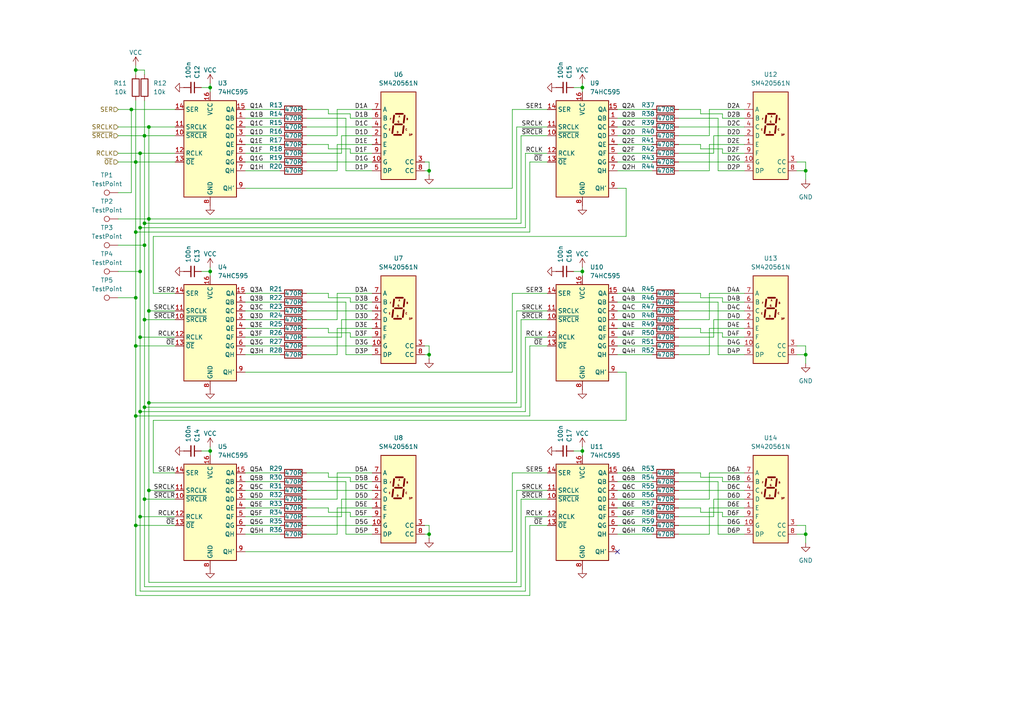
<source format=kicad_sch>
(kicad_sch (version 20231120) (generator "eeschema") (generator_version "8.0")
  (paper "A4")
  (title_block (title "Display Circuit") (date "2024-05-26") (rev "0") (company "Grackle Computing"))
  (junction (at 124.46 154.94))
  (junction (at 43.18 36.83))
  (junction (at 39.37 46.99))
  (junction (at 40.64 78.74))
  (junction (at 40.64 149.86))
  (junction (at 38.1 31.75))
  (junction (at 60.96 78.74))
  (junction (at 40.64 97.79))
  (junction (at 40.64 66.04))
  (junction (at 168.91 25.4))
  (junction (at 41.91 39.37))
  (junction (at 41.91 71.12))
  (junction (at 233.68 49.53))
  (junction (at 39.37 100.33))
  (junction (at 168.91 78.74))
  (junction (at 39.37 20.32))
  (junction (at 40.64 44.45))
  (junction (at 39.37 67.31))
  (junction (at 43.18 142.24))
  (junction (at 233.68 102.87))
  (junction (at 39.37 152.4))
  (junction (at 124.46 49.53))
  (junction (at 39.37 86.36))
  (junction (at 41.91 92.71))
  (junction (at 43.18 63.5))
  (junction (at 124.46 102.87))
  (junction (at 60.96 25.4))
  (junction (at 233.68 154.94))
  (junction (at 43.18 90.17))
  (junction (at 43.18 116.84))
  (junction (at 60.96 130.81))
  (junction (at 168.91 130.81))
  (junction (at 41.91 64.77))
  (junction (at 41.91 144.78))
  (junction (at 40.64 119.38))
  (junction (at 39.37 120.65))
  (junction (at 41.91 118.11))
  (no_connect (at 179.07 160.02))
  (wire (pts (xy 209.55 86.36) (xy 209.55 87.63)))
  (wire (pts (xy 158.75 90.17) (xy 149.86 90.17)))
  (wire (pts (xy 58.42 78.74) (xy 60.96 78.74)))
  (wire (pts (xy 88.9 39.37) (xy 97.79 39.37)))
  (wire (pts (xy 203.2 43.18) (xy 209.55 43.18)))
  (wire (pts (xy 71.12 87.63) (xy 81.28 87.63)))
  (wire (pts (xy 34.29 78.74) (xy 40.64 78.74)))
  (wire (pts (xy 149.86 116.84) (xy 43.18 116.84)))
  (wire (pts (xy 196.85 97.79) (xy 207.01 97.79)))
  (wire (pts (xy 40.64 66.04) (xy 152.4 66.04)))
  (wire (pts (xy 179.07 92.71) (xy 189.23 92.71)))
  (wire (pts (xy 44.45 85.09) (xy 44.45 68.58)))
  (wire (pts (xy 123.19 154.94) (xy 124.46 154.94)))
  (wire (pts (xy 233.68 152.4) (xy 233.68 154.94)))
  (wire (pts (xy 71.12 137.16) (xy 81.28 137.16)))
  (wire (pts (xy 40.64 78.74) (xy 40.64 97.79)))
  (wire (pts (xy 148.59 137.16) (xy 158.75 137.16)))
  (wire (pts (xy 123.19 49.53) (xy 124.46 49.53)))
  (wire (pts (xy 158.75 46.99) (xy 153.67 46.99)))
  (wire (pts (xy 158.75 152.4) (xy 153.67 152.4)))
  (wire (pts (xy 179.07 97.79) (xy 189.23 97.79)))
  (wire (pts (xy 179.07 147.32) (xy 189.23 147.32)))
  (wire (pts (xy 203.2 147.32) (xy 203.2 148.59)))
  (wire (pts (xy 205.74 147.32) (xy 215.9 147.32)))
  (wire (pts (xy 153.67 100.33) (xy 153.67 120.65)))
  (wire (pts (xy 99.06 44.45) (xy 99.06 39.37)))
  (wire (pts (xy 123.19 46.99) (xy 124.46 46.99)))
  (wire (pts (xy 58.42 130.81) (xy 60.96 130.81)))
  (wire (pts (xy 168.91 77.47) (xy 168.91 78.74)))
  (wire (pts (xy 71.12 142.24) (xy 81.28 142.24)))
  (wire (pts (xy 151.13 118.11) (xy 41.91 118.11)))
  (wire (pts (xy 205.74 137.16) (xy 215.9 137.16)))
  (wire (pts (xy 88.9 85.09) (xy 95.25 85.09)))
  (wire (pts (xy 209.55 33.02) (xy 209.55 34.29)))
  (wire (pts (xy 149.86 36.83) (xy 158.75 36.83)))
  (wire (pts (xy 196.85 31.75) (xy 203.2 31.75)))
  (wire (pts (xy 97.79 137.16) (xy 97.79 144.78)))
  (wire (pts (xy 100.33 154.94) (xy 107.95 154.94)))
  (wire (pts (xy 101.6 43.18) (xy 101.6 44.45)))
  (wire (pts (xy 209.55 44.45) (xy 215.9 44.45)))
  (wire (pts (xy 97.79 95.25) (xy 107.95 95.25)))
  (wire (pts (xy 60.96 129.54) (xy 60.96 130.81)))
  (wire (pts (xy 203.2 33.02) (xy 209.55 33.02)))
  (wire (pts (xy 149.86 36.83) (xy 149.86 63.5)))
  (wire (pts (xy 95.25 96.52) (xy 101.6 96.52)))
  (wire (pts (xy 196.85 152.4) (xy 215.9 152.4)))
  (wire (pts (xy 196.85 44.45) (xy 207.01 44.45)))
  (wire (pts (xy 95.25 147.32) (xy 95.25 148.59)))
  (wire (pts (xy 43.18 63.5) (xy 149.86 63.5)))
  (wire (pts (xy 153.67 46.99) (xy 153.67 67.31)))
  (wire (pts (xy 196.85 90.17) (xy 215.9 90.17)))
  (wire (pts (xy 88.9 49.53) (xy 97.79 49.53)))
  (wire (pts (xy 34.29 86.36) (xy 39.37 86.36)))
  (wire (pts (xy 153.67 152.4) (xy 153.67 172.72)))
  (wire (pts (xy 196.85 41.91) (xy 203.2 41.91)))
  (wire (pts (xy 71.12 160.02) (xy 148.59 160.02)))
  (wire (pts (xy 43.18 63.5) (xy 43.18 36.83)))
  (wire (pts (xy 158.75 44.45) (xy 152.4 44.45)))
  (wire (pts (xy 203.2 86.36) (xy 209.55 86.36)))
  (wire (pts (xy 208.28 139.7) (xy 208.28 154.94)))
  (wire (pts (xy 209.55 149.86) (xy 215.9 149.86)))
  (wire (pts (xy 166.37 130.81) (xy 168.91 130.81)))
  (wire (pts (xy 71.12 36.83) (xy 81.28 36.83)))
  (wire (pts (xy 88.9 97.79) (xy 99.06 97.79)))
  (wire (pts (xy 203.2 85.09) (xy 203.2 86.36)))
  (wire (pts (xy 148.59 31.75) (xy 158.75 31.75)))
  (wire (pts (xy 44.45 121.92) (xy 181.61 121.92)))
  (wire (pts (xy 71.12 39.37) (xy 81.28 39.37)))
  (wire (pts (xy 34.29 46.99) (xy 39.37 46.99)))
  (wire (pts (xy 88.9 92.71) (xy 97.79 92.71)))
  (wire (pts (xy 101.6 149.86) (xy 107.95 149.86)))
  (wire (pts (xy 151.13 170.18) (xy 41.91 170.18)))
  (wire (pts (xy 39.37 67.31) (xy 39.37 86.36)))
  (wire (pts (xy 97.79 147.32) (xy 107.95 147.32)))
  (wire (pts (xy 34.29 44.45) (xy 40.64 44.45)))
  (wire (pts (xy 50.8 142.24) (xy 43.18 142.24)))
  (wire (pts (xy 50.8 152.4) (xy 39.37 152.4)))
  (wire (pts (xy 158.75 92.71) (xy 151.13 92.71)))
  (wire (pts (xy 95.25 33.02) (xy 101.6 33.02)))
  (wire (pts (xy 179.07 39.37) (xy 189.23 39.37)))
  (wire (pts (xy 71.12 147.32) (xy 81.28 147.32)))
  (wire (pts (xy 39.37 86.36) (xy 39.37 100.33)))
  (wire (pts (xy 99.06 92.71) (xy 107.95 92.71)))
  (wire (pts (xy 203.2 138.43) (xy 209.55 138.43)))
  (wire (pts (xy 39.37 67.31) (xy 153.67 67.31)))
  (wire (pts (xy 39.37 29.21) (xy 39.37 46.99)))
  (wire (pts (xy 205.74 31.75) (xy 205.74 39.37)))
  (wire (pts (xy 203.2 95.25) (xy 203.2 96.52)))
  (wire (pts (xy 71.12 102.87) (xy 81.28 102.87)))
  (wire (pts (xy 95.25 148.59) (xy 101.6 148.59)))
  (wire (pts (xy 41.91 64.77) (xy 41.91 71.12)))
  (wire (pts (xy 196.85 154.94) (xy 205.74 154.94)))
  (wire (pts (xy 179.07 49.53) (xy 189.23 49.53)))
  (wire (pts (xy 41.91 39.37) (xy 50.8 39.37)))
  (wire (pts (xy 101.6 33.02) (xy 101.6 34.29)))
  (wire (pts (xy 179.07 154.94) (xy 189.23 154.94)))
  (wire (pts (xy 208.28 154.94) (xy 215.9 154.94)))
  (wire (pts (xy 100.33 34.29) (xy 100.33 49.53)))
  (wire (pts (xy 88.9 100.33) (xy 107.95 100.33)))
  (wire (pts (xy 71.12 49.53) (xy 81.28 49.53)))
  (wire (pts (xy 44.45 137.16) (xy 44.45 121.92)))
  (wire (pts (xy 60.96 130.81) (xy 60.96 132.08)))
  (wire (pts (xy 208.28 49.53) (xy 215.9 49.53)))
  (wire (pts (xy 71.12 154.94) (xy 81.28 154.94)))
  (wire (pts (xy 71.12 107.95) (xy 148.59 107.95)))
  (wire (pts (xy 88.9 149.86) (xy 99.06 149.86)))
  (wire (pts (xy 196.85 142.24) (xy 215.9 142.24)))
  (wire (pts (xy 100.33 87.63) (xy 100.33 102.87)))
  (wire (pts (xy 158.75 100.33) (xy 153.67 100.33)))
  (wire (pts (xy 196.85 144.78) (xy 205.74 144.78)))
  (wire (pts (xy 231.14 49.53) (xy 233.68 49.53)))
  (wire (pts (xy 158.75 39.37) (xy 151.13 39.37)))
  (wire (pts (xy 95.25 31.75) (xy 95.25 33.02)))
  (wire (pts (xy 101.6 44.45) (xy 107.95 44.45)))
  (wire (pts (xy 50.8 144.78) (xy 41.91 144.78)))
  (wire (pts (xy 179.07 107.95) (xy 181.61 107.95)))
  (wire (pts (xy 71.12 92.71) (xy 81.28 92.71)))
  (wire (pts (xy 203.2 96.52) (xy 209.55 96.52)))
  (wire (pts (xy 88.9 46.99) (xy 107.95 46.99)))
  (wire (pts (xy 196.85 147.32) (xy 203.2 147.32)))
  (wire (pts (xy 101.6 34.29) (xy 107.95 34.29)))
  (wire (pts (xy 205.74 95.25) (xy 215.9 95.25)))
  (wire (pts (xy 196.85 137.16) (xy 203.2 137.16)))
  (wire (pts (xy 124.46 102.87) (xy 124.46 104.14)))
  (wire (pts (xy 101.6 87.63) (xy 107.95 87.63)))
  (wire (pts (xy 34.29 63.5) (xy 43.18 63.5)))
  (wire (pts (xy 231.14 100.33) (xy 233.68 100.33)))
  (wire (pts (xy 207.01 92.71) (xy 215.9 92.71)))
  (wire (pts (xy 166.37 25.4) (xy 168.91 25.4)))
  (wire (pts (xy 148.59 85.09) (xy 158.75 85.09)))
  (wire (pts (xy 71.12 54.61) (xy 148.59 54.61)))
  (wire (pts (xy 209.55 43.18) (xy 209.55 44.45)))
  (wire (pts (xy 95.25 95.25) (xy 95.25 96.52)))
  (wire (pts (xy 181.61 107.95) (xy 181.61 121.92)))
  (wire (pts (xy 233.68 46.99) (xy 233.68 49.53)))
  (wire (pts (xy 233.68 154.94) (xy 233.68 157.48)))
  (wire (pts (xy 71.12 46.99) (xy 81.28 46.99)))
  (wire (pts (xy 179.07 137.16) (xy 189.23 137.16)))
  (wire (pts (xy 196.85 149.86) (xy 207.01 149.86)))
  (wire (pts (xy 41.91 144.78) (xy 41.91 118.11)))
  (wire (pts (xy 43.18 168.91) (xy 149.86 168.91)))
  (wire (pts (xy 179.07 34.29) (xy 189.23 34.29)))
  (wire (pts (xy 38.1 31.75) (xy 38.1 55.88)))
  (wire (pts (xy 38.1 31.75) (xy 50.8 31.75)))
  (wire (pts (xy 95.25 137.16) (xy 95.25 138.43)))
  (wire (pts (xy 101.6 96.52) (xy 101.6 97.79)))
  (wire (pts (xy 99.06 97.79) (xy 99.06 92.71)))
  (wire (pts (xy 34.29 31.75) (xy 38.1 31.75)))
  (wire (pts (xy 208.28 87.63) (xy 208.28 102.87)))
  (wire (pts (xy 39.37 20.32) (xy 39.37 21.59)))
  (wire (pts (xy 43.18 142.24) (xy 43.18 116.84)))
  (wire (pts (xy 41.91 64.77) (xy 151.13 64.77)))
  (wire (pts (xy 208.28 34.29) (xy 208.28 49.53)))
  (wire (pts (xy 196.85 36.83) (xy 215.9 36.83)))
  (wire (pts (xy 71.12 100.33) (xy 81.28 100.33)))
  (wire (pts (xy 71.12 149.86) (xy 81.28 149.86)))
  (wire (pts (xy 205.74 137.16) (xy 205.74 144.78)))
  (wire (pts (xy 209.55 139.7) (xy 215.9 139.7)))
  (wire (pts (xy 205.74 102.87) (xy 205.74 95.25)))
  (wire (pts (xy 44.45 68.58) (xy 181.61 68.58)))
  (wire (pts (xy 40.64 66.04) (xy 40.64 78.74)))
  (wire (pts (xy 34.29 71.12) (xy 41.91 71.12)))
  (wire (pts (xy 152.4 97.79) (xy 152.4 119.38)))
  (wire (pts (xy 179.07 44.45) (xy 189.23 44.45)))
  (wire (pts (xy 100.33 49.53) (xy 107.95 49.53)))
  (wire (pts (xy 205.74 154.94) (xy 205.74 147.32)))
  (wire (pts (xy 124.46 49.53) (xy 124.46 50.8)))
  (wire (pts (xy 71.12 144.78) (xy 81.28 144.78)))
  (wire (pts (xy 39.37 46.99) (xy 39.37 67.31)))
  (wire (pts (xy 207.01 144.78) (xy 215.9 144.78)))
  (wire (pts (xy 88.9 34.29) (xy 100.33 34.29)))
  (wire (pts (xy 97.79 154.94) (xy 97.79 147.32)))
  (wire (pts (xy 181.61 54.61) (xy 179.07 54.61)))
  (wire (pts (xy 43.18 90.17) (xy 43.18 63.5)))
  (wire (pts (xy 179.07 41.91) (xy 189.23 41.91)))
  (wire (pts (xy 152.4 44.45) (xy 152.4 66.04)))
  (wire (pts (xy 196.85 139.7) (xy 208.28 139.7)))
  (wire (pts (xy 196.85 46.99) (xy 215.9 46.99)))
  (wire (pts (xy 124.46 100.33) (xy 124.46 102.87)))
  (wire (pts (xy 88.9 36.83) (xy 107.95 36.83)))
  (wire (pts (xy 205.74 49.53) (xy 205.74 41.91)))
  (wire (pts (xy 196.85 95.25) (xy 203.2 95.25)))
  (wire (pts (xy 60.96 77.47) (xy 60.96 78.74)))
  (wire (pts (xy 208.28 102.87) (xy 215.9 102.87)))
  (wire (pts (xy 50.8 97.79) (xy 40.64 97.79)))
  (wire (pts (xy 97.79 85.09) (xy 107.95 85.09)))
  (wire (pts (xy 209.55 138.43) (xy 209.55 139.7)))
  (wire (pts (xy 233.68 49.53) (xy 233.68 52.07)))
  (wire (pts (xy 203.2 148.59) (xy 209.55 148.59)))
  (wire (pts (xy 179.07 36.83) (xy 189.23 36.83)))
  (wire (pts (xy 158.75 149.86) (xy 152.4 149.86)))
  (wire (pts (xy 43.18 168.91) (xy 43.18 142.24)))
  (wire (pts (xy 95.25 85.09) (xy 95.25 86.36)))
  (wire (pts (xy 168.91 25.4) (xy 168.91 26.67)))
  (wire (pts (xy 88.9 41.91) (xy 95.25 41.91)))
  (wire (pts (xy 39.37 46.99) (xy 50.8 46.99)))
  (wire (pts (xy 152.4 149.86) (xy 152.4 171.45)))
  (wire (pts (xy 88.9 31.75) (xy 95.25 31.75)))
  (wire (pts (xy 88.9 147.32) (xy 95.25 147.32)))
  (wire (pts (xy 209.55 96.52) (xy 209.55 97.79)))
  (wire (pts (xy 179.07 144.78) (xy 189.23 144.78)))
  (wire (pts (xy 71.12 139.7) (xy 81.28 139.7)))
  (wire (pts (xy 71.12 95.25) (xy 81.28 95.25)))
  (wire (pts (xy 196.85 100.33) (xy 215.9 100.33)))
  (wire (pts (xy 101.6 139.7) (xy 107.95 139.7)))
  (wire (pts (xy 179.07 90.17) (xy 189.23 90.17)))
  (wire (pts (xy 43.18 36.83) (xy 50.8 36.83)))
  (wire (pts (xy 97.79 49.53) (xy 97.79 41.91)))
  (wire (pts (xy 88.9 137.16) (xy 95.25 137.16)))
  (wire (pts (xy 124.46 46.99) (xy 124.46 49.53)))
  (wire (pts (xy 153.67 120.65) (xy 39.37 120.65)))
  (wire (pts (xy 151.13 39.37) (xy 151.13 64.77)))
  (wire (pts (xy 88.9 95.25) (xy 95.25 95.25)))
  (wire (pts (xy 71.12 85.09) (xy 81.28 85.09)))
  (wire (pts (xy 207.01 44.45) (xy 207.01 39.37)))
  (wire (pts (xy 203.2 41.91) (xy 203.2 43.18)))
  (wire (pts (xy 158.75 142.24) (xy 149.86 142.24)))
  (wire (pts (xy 179.07 85.09) (xy 189.23 85.09)))
  (wire (pts (xy 71.12 44.45) (xy 81.28 44.45)))
  (wire (pts (xy 50.8 137.16) (xy 44.45 137.16)))
  (wire (pts (xy 40.64 44.45) (xy 40.64 66.04)))
  (wire (pts (xy 181.61 68.58) (xy 181.61 54.61)))
  (wire (pts (xy 179.07 95.25) (xy 189.23 95.25)))
  (wire (pts (xy 158.75 97.79) (xy 152.4 97.79)))
  (wire (pts (xy 179.07 149.86) (xy 189.23 149.86)))
  (wire (pts (xy 179.07 31.75) (xy 189.23 31.75)))
  (wire (pts (xy 196.85 87.63) (xy 208.28 87.63)))
  (wire (pts (xy 39.37 19.05) (xy 39.37 20.32)))
  (wire (pts (xy 97.79 31.75) (xy 107.95 31.75)))
  (wire (pts (xy 40.64 44.45) (xy 50.8 44.45)))
  (wire (pts (xy 179.07 142.24) (xy 189.23 142.24)))
  (wire (pts (xy 148.59 107.95) (xy 148.59 85.09)))
  (wire (pts (xy 50.8 85.09) (xy 44.45 85.09)))
  (wire (pts (xy 39.37 172.72) (xy 39.37 152.4)))
  (wire (pts (xy 149.86 142.24) (xy 149.86 168.91)))
  (wire (pts (xy 101.6 138.43) (xy 101.6 139.7)))
  (wire (pts (xy 101.6 97.79) (xy 107.95 97.79)))
  (wire (pts (xy 205.74 31.75) (xy 215.9 31.75)))
  (wire (pts (xy 207.01 149.86) (xy 207.01 144.78)))
  (wire (pts (xy 97.79 85.09) (xy 97.79 92.71)))
  (wire (pts (xy 95.25 43.18) (xy 101.6 43.18)))
  (wire (pts (xy 41.91 71.12) (xy 41.91 92.71)))
  (wire (pts (xy 166.37 78.74) (xy 168.91 78.74)))
  (wire (pts (xy 40.64 149.86) (xy 40.64 119.38)))
  (wire (pts (xy 43.18 116.84) (xy 43.18 90.17)))
  (wire (pts (xy 179.07 152.4) (xy 189.23 152.4)))
  (wire (pts (xy 168.91 78.74) (xy 168.91 80.01)))
  (wire (pts (xy 41.91 170.18) (xy 41.91 144.78)))
  (wire (pts (xy 207.01 39.37) (xy 215.9 39.37)))
  (wire (pts (xy 153.67 172.72) (xy 39.37 172.72)))
  (wire (pts (xy 97.79 41.91) (xy 107.95 41.91)))
  (wire (pts (xy 168.91 24.13) (xy 168.91 25.4)))
  (wire (pts (xy 179.07 139.7) (xy 189.23 139.7)))
  (wire (pts (xy 39.37 152.4) (xy 39.37 120.65)))
  (wire (pts (xy 88.9 139.7) (xy 100.33 139.7)))
  (wire (pts (xy 179.07 100.33) (xy 189.23 100.33)))
  (wire (pts (xy 95.25 86.36) (xy 101.6 86.36)))
  (wire (pts (xy 50.8 90.17) (xy 43.18 90.17)))
  (wire (pts (xy 58.42 25.4) (xy 60.96 25.4)))
  (wire (pts (xy 196.85 92.71) (xy 205.74 92.71)))
  (wire (pts (xy 71.12 90.17) (xy 81.28 90.17)))
  (wire (pts (xy 151.13 144.78) (xy 151.13 170.18)))
  (wire (pts (xy 124.46 152.4) (xy 124.46 154.94)))
  (wire (pts (xy 88.9 44.45) (xy 99.06 44.45)))
  (wire (pts (xy 151.13 92.71) (xy 151.13 118.11)))
  (wire (pts (xy 71.12 34.29) (xy 81.28 34.29)))
  (wire (pts (xy 50.8 100.33) (xy 39.37 100.33)))
  (wire (pts (xy 231.14 102.87) (xy 233.68 102.87)))
  (wire (pts (xy 209.55 87.63) (xy 215.9 87.63)))
  (wire (pts (xy 209.55 148.59) (xy 209.55 149.86)))
  (wire (pts (xy 231.14 152.4) (xy 233.68 152.4)))
  (wire (pts (xy 97.79 137.16) (xy 107.95 137.16)))
  (wire (pts (xy 179.07 46.99) (xy 189.23 46.99)))
  (wire (pts (xy 41.91 21.59) (xy 41.91 20.32)))
  (wire (pts (xy 88.9 144.78) (xy 97.79 144.78)))
  (wire (pts (xy 97.79 31.75) (xy 97.79 39.37)))
  (wire (pts (xy 196.85 102.87) (xy 205.74 102.87)))
  (wire (pts (xy 168.91 129.54) (xy 168.91 130.81)))
  (wire (pts (xy 168.91 130.81) (xy 168.91 132.08)))
  (wire (pts (xy 71.12 31.75) (xy 81.28 31.75)))
  (wire (pts (xy 209.55 34.29) (xy 215.9 34.29)))
  (wire (pts (xy 99.06 144.78) (xy 107.95 144.78)))
  (wire (pts (xy 123.19 102.87) (xy 124.46 102.87)))
  (wire (pts (xy 60.96 25.4) (xy 60.96 26.67)))
  (wire (pts (xy 71.12 41.91) (xy 81.28 41.91)))
  (wire (pts (xy 231.14 46.99) (xy 233.68 46.99)))
  (wire (pts (xy 152.4 119.38) (xy 40.64 119.38)))
  (wire (pts (xy 231.14 154.94) (xy 233.68 154.94)))
  (wire (pts (xy 196.85 85.09) (xy 203.2 85.09)))
  (wire (pts (xy 97.79 102.87) (xy 97.79 95.25)))
  (wire (pts (xy 203.2 31.75) (xy 203.2 33.02)))
  (wire (pts (xy 88.9 142.24) (xy 107.95 142.24)))
  (wire (pts (xy 95.25 41.91) (xy 95.25 43.18)))
  (wire (pts (xy 158.75 144.78) (xy 151.13 144.78)))
  (wire (pts (xy 40.64 171.45) (xy 40.64 149.86)))
  (wire (pts (xy 203.2 137.16) (xy 203.2 138.43)))
  (wire (pts (xy 101.6 86.36) (xy 101.6 87.63)))
  (wire (pts (xy 179.07 102.87) (xy 189.23 102.87)))
  (wire (pts (xy 233.68 100.33) (xy 233.68 102.87)))
  (wire (pts (xy 149.86 90.17) (xy 149.86 116.84)))
  (wire (pts (xy 50.8 92.71) (xy 41.91 92.71)))
  (wire (pts (xy 179.07 87.63) (xy 189.23 87.63)))
  (wire (pts (xy 233.68 102.87) (xy 233.68 105.41)))
  (wire (pts (xy 50.8 149.86) (xy 40.64 149.86)))
  (wire (pts (xy 40.64 119.38) (xy 40.64 97.79)))
  (wire (pts (xy 41.91 39.37) (xy 41.91 64.77)))
  (wire (pts (xy 88.9 154.94) (xy 97.79 154.94)))
  (wire (pts (xy 88.9 152.4) (xy 107.95 152.4)))
  (wire (pts (xy 34.29 55.88) (xy 38.1 55.88)))
  (wire (pts (xy 71.12 97.79) (xy 81.28 97.79)))
  (wire (pts (xy 88.9 87.63) (xy 100.33 87.63)))
  (wire (pts (xy 99.06 39.37) (xy 107.95 39.37)))
  (wire (pts (xy 60.96 78.74) (xy 60.96 80.01)))
  (wire (pts (xy 39.37 20.32) (xy 41.91 20.32)))
  (wire (pts (xy 209.55 97.79) (xy 215.9 97.79)))
  (wire (pts (xy 207.01 97.79) (xy 207.01 92.71)))
  (wire (pts (xy 148.59 54.61) (xy 148.59 31.75)))
  (wire (pts (xy 205.74 85.09) (xy 205.74 92.71)))
  (wire (pts (xy 148.59 137.16) (xy 148.59 160.02)))
  (wire (pts (xy 95.25 138.43) (xy 101.6 138.43)))
  (wire (pts (xy 88.9 102.87) (xy 97.79 102.87)))
  (wire (pts (xy 100.33 139.7) (xy 100.33 154.94)))
  (wire (pts (xy 123.19 100.33) (xy 124.46 100.33)))
  (wire (pts (xy 41.91 118.11) (xy 41.91 92.71)))
  (wire (pts (xy 60.96 24.13) (xy 60.96 25.4)))
  (wire (pts (xy 196.85 49.53) (xy 205.74 49.53)))
  (wire (pts (xy 100.33 102.87) (xy 107.95 102.87)))
  (wire (pts (xy 34.29 36.83) (xy 43.18 36.83)))
  (wire (pts (xy 152.4 171.45) (xy 40.64 171.45)))
  (wire (pts (xy 71.12 152.4) (xy 81.28 152.4)))
  (wire (pts (xy 34.29 39.37) (xy 41.91 39.37)))
  (wire (pts (xy 196.85 39.37) (xy 205.74 39.37)))
  (wire (pts (xy 205.74 85.09) (xy 215.9 85.09)))
  (wire (pts (xy 39.37 120.65) (xy 39.37 100.33)))
  (wire (pts (xy 99.06 149.86) (xy 99.06 144.78)))
  (wire (pts (xy 205.74 41.91) (xy 215.9 41.91)))
  (wire (pts (xy 124.46 154.94) (xy 124.46 156.21)))
  (wire (pts (xy 101.6 148.59) (xy 101.6 149.86)))
  (wire (pts (xy 123.19 152.4) (xy 124.46 152.4)))
  (wire (pts (xy 88.9 90.17) (xy 107.95 90.17)))
  (wire (pts (xy 196.85 34.29) (xy 208.28 34.29)))
  (wire (pts (xy 41.91 29.21) (xy 41.91 39.37)))
  (label "Q1H" (at 72.39 49.53 0))
  (label "D2A" (at 210.82 31.75 0))
  (label "~{SRCLR}" (at 157.48 144.78 180))
  (label "~{OE}" (at 157.48 100.33 180))
  (label "D3C" (at 102.87 90.17 0))
  (label "D6F" (at 210.82 149.86 0))
  (label "D1D" (at 102.87 39.37 0))
  (label "Q3E" (at 72.39 95.25 0))
  (label "D5E" (at 102.87 147.32 0))
  (label "~{SRCLR}" (at 157.48 39.37 180))
  (label "Q1G" (at 72.39 46.99 0))
  (label "Q2G" (at 180.34 46.99 0))
  (label "Q2F" (at 180.34 44.45 0))
  (label "D2D" (at 210.82 39.37 0))
  (label "SER1" (at 157.48 31.75 180))
  (label "D3F" (at 102.87 97.79 0))
  (label "D3D" (at 102.87 92.71 0))
  (label "D5D" (at 102.87 144.78 0))
  (label "D6C" (at 210.82 142.24 0))
  (label "D4G" (at 210.82 100.33 0))
  (label "D6E" (at 210.82 147.32 0))
  (label "D4P" (at 210.82 102.87 0))
  (label "D4C" (at 210.82 90.17 0))
  (label "~{OE}" (at 50.8 152.4 180))
  (label "RCLK" (at 157.48 97.79 180))
  (label "~{SRCLR}" (at 50.8 144.78 180))
  (label "D2C" (at 210.82 36.83 0))
  (label "D3B" (at 102.87 87.63 0))
  (label "D5A" (at 102.87 137.16 0))
  (label "SER2" (at 50.8 85.09 180))
  (label "Q6G" (at 180.34 152.4 0))
  (label "SER4" (at 50.8 137.16 180))
  (label "Q1B" (at 72.39 34.29 0))
  (label "D4A" (at 210.82 85.09 0))
  (label "RCLK" (at 157.48 149.86 180))
  (label "Q6H" (at 180.34 154.94 0))
  (label "Q4C" (at 180.34 90.17 0))
  (label "Q3B" (at 72.39 87.63 0))
  (label "Q4D" (at 180.34 92.71 0))
  (label "D5P" (at 102.87 154.94 0))
  (label "D6A" (at 210.82 137.16 0))
  (label "Q4G" (at 180.34 100.33 0))
  (label "D6D" (at 210.82 144.78 0))
  (label "D6B" (at 210.82 139.7 0))
  (label "Q4E" (at 180.34 95.25 0))
  (label "D2P" (at 210.82 49.53 0))
  (label "Q3D" (at 72.39 92.71 0))
  (label "Q5D" (at 72.39 144.78 0))
  (label "Q6B" (at 180.34 139.7 0))
  (label "Q5F" (at 72.39 149.86 0))
  (label "D5C" (at 102.87 142.24 0))
  (label "RCLK" (at 157.48 44.45 180))
  (label "~{SRCLR}" (at 157.48 92.71 180))
  (label "D2F" (at 210.82 44.45 0))
  (label "Q4H" (at 180.34 102.87 0))
  (label "D3A" (at 102.87 85.09 0))
  (label "Q3A" (at 72.39 85.09 0))
  (label "SRCLK" (at 157.48 36.83 180))
  (label "D1C" (at 102.87 36.83 0))
  (label "Q6E" (at 180.34 147.32 0))
  (label "Q6C" (at 180.34 142.24 0))
  (label "D4F" (at 210.82 97.79 0))
  (label "D6P" (at 210.82 154.94 0))
  (label "Q4A" (at 180.34 85.09 0))
  (label "RCLK" (at 50.8 149.86 180))
  (label "SRCLK" (at 157.48 142.24 180))
  (label "D5F" (at 102.87 149.86 0))
  (label "D5G" (at 102.87 152.4 0))
  (label "Q5E" (at 72.39 147.32 0))
  (label "Q3G" (at 72.39 100.33 0))
  (label "D5B" (at 102.87 139.7 0))
  (label "Q1F" (at 72.39 44.45 0))
  (label "D1E" (at 102.87 41.91 0))
  (label "Q1C" (at 72.39 36.83 0))
  (label "SRCLK" (at 50.8 90.17 180))
  (label "Q1A" (at 72.39 31.75 0))
  (label "Q4B" (at 180.34 87.63 0))
  (label "D2E" (at 210.82 41.91 0))
  (label "Q2H" (at 180.34 49.53 0))
  (label "D3P" (at 102.87 102.87 0))
  (label "SRCLK" (at 157.48 90.17 180))
  (label "Q5B" (at 72.39 139.7 0))
  (label "Q5G" (at 72.39 152.4 0))
  (label "Q1D" (at 72.39 39.37 0))
  (label "D2B" (at 210.82 34.29 0))
  (label "~{OE}" (at 157.48 152.4 180))
  (label "D4D" (at 210.82 92.71 0))
  (label "SRCLK" (at 50.8 142.24 180))
  (label "Q6A" (at 180.34 137.16 0))
  (label "SER3" (at 157.48 85.09 180))
  (label "RCLK" (at 50.8 97.79 180))
  (label "D1P" (at 102.87 49.53 0))
  (label "D2G" (at 210.82 46.99 0))
  (label "Q6F" (at 180.34 149.86 0))
  (label "Q5C" (at 72.39 142.24 0))
  (label "D3G" (at 102.87 100.33 0))
  (label "D4B" (at 210.82 87.63 0))
  (label "D6G" (at 210.82 152.4 0))
  (label "Q2E" (at 180.34 41.91 0))
  (label "~{OE}" (at 157.48 46.99 180))
  (label "Q6D" (at 180.34 144.78 0))
  (label "D4E" (at 210.82 95.25 0))
  (label "Q4F" (at 180.34 97.79 0))
  (label "D1G" (at 102.87 46.99 0))
  (label "Q3H" (at 72.39 102.87 0))
  (label "Q2D" (at 180.34 39.37 0))
  (label "Q1E" (at 72.39 41.91 0))
  (label "Q2C" (at 180.34 36.83 0))
  (label "Q5A" (at 72.39 137.16 0))
  (label "D3E" (at 102.87 95.25 0))
  (label "Q2A" (at 180.34 31.75 0))
  (label "~{SRCLR}" (at 50.8 92.71 180))
  (label "Q5H" (at 72.39 154.94 0))
  (label "D1A" (at 102.87 31.75 0))
  (label "D1B" (at 102.87 34.29 0))
  (label "Q2B" (at 180.34 34.29 0))
  (label "SER5" (at 157.48 137.16 180))
  (label "Q3C" (at 72.39 90.17 0))
  (label "Q3F" (at 72.39 97.79 0))
  (label "D1F" (at 102.87 44.45 0))
  (label "~{OE}" (at 50.8 100.33 180))
  (hierarchical_label "SRCLK" (shape input) (at 34.29 36.83 180))
  (hierarchical_label "~{OE}" (shape input) (at 34.29 46.99 180))
  (hierarchical_label "SER" (shape input) (at 34.29 31.75 180))
  (hierarchical_label "RCLK" (shape input) (at 34.29 44.45 180))
  (hierarchical_label "~{SRCLR}" (shape input) (at 34.29 39.37 180))
  (symbol (lib_id "Device:R") (at 193.04 46.99 90) (unit 1)
    (property "Reference" "R43" (at 187.96 45.72 90))
    (property "Value" "470R" (at 193.04 46.99 90))
    (property "Footprint" "Resistor_SMD:R_0603_1608Metric" (effects (hide yes)))
    (property "Description" "Resistor" (effects (hide yes)))
    (property "JLCPCB Part" "C23179" (effects (hide yes)))
  )
  (symbol (lib_id "Device:R") (at 39.37 25.4 0) (mirror y) (unit 1)
    (property "Reference" "R11" (at 36.83 24.1299 0) (effects (justify left)))
    (property "Value" "10k" (at 36.83 26.6699 0) (effects (justify left)))
    (property "Footprint" "Resistor_SMD:R_0402_1005Metric" (effects (hide yes)))
    (property "Description" "Resistor" (effects (hide yes)))
    (property "JLCPCB Part" "C25744" (effects (hide yes)))
  )
  (symbol (lib_id "Device:R") (at 193.04 137.16 90) (unit 1)
    (property "Reference" "R53" (at 187.96 135.89 90))
    (property "Value" "470R" (at 193.04 137.16 90))
    (property "Footprint" "Resistor_SMD:R_0603_1608Metric" (effects (hide yes)))
    (property "Description" "Resistor" (effects (hide yes)))
    (property "JLCPCB Part" "C23179" (effects (hide yes)))
  )
  (symbol (lib_id "Device:R") (at 85.09 97.79 90) (unit 1)
    (property "Reference" "R26" (at 80.01 96.52 90))
    (property "Value" "470R" (at 85.09 97.79 90))
    (property "Footprint" "Resistor_SMD:R_0603_1608Metric" (effects (hide yes)))
    (property "Description" "Resistor" (effects (hide yes)))
    (property "JLCPCB Part" "C23179" (effects (hide yes)))
  )
  (symbol (lib_id "Device:R") (at 193.04 144.78 90) (unit 1)
    (property "Reference" "R56" (at 187.96 143.51 90))
    (property "Value" "470R" (at 193.04 144.78 90))
    (property "Footprint" "Resistor_SMD:R_0603_1608Metric" (effects (hide yes)))
    (property "Description" "Resistor" (effects (hide yes)))
    (property "JLCPCB Part" "C23179" (effects (hide yes)))
  )
  (symbol (lib_id "74xx:74HC595") (at 60.96 147.32 0) (unit 1)
    (property "Reference" "U5" (at 63.1541 129.54 0) (effects (justify left)))
    (property "Value" "74HC595" (at 63.1541 132.08 0) (effects (justify left)))
    (property "Footprint" "Package_SO:SOIC-16_3.9x9.9mm_P1.27mm" (effects (hide yes)))
    (property "Datasheet" "http://www.ti.com/lit/ds/symlink/sn74hc595.pdf" (effects (hide yes)))
    (property "Description" "8-bit serial in/out Shift Register 3-State Outputs" (effects (hide yes)))
    (property "JLCPCB Part" "C5947" (effects (hide yes)))
  )
  (symbol (lib_id "Device:R") (at 85.09 100.33 90) (unit 1)
    (property "Reference" "R27" (at 80.01 99.06 90))
    (property "Value" "470R" (at 85.09 100.33 90))
    (property "Footprint" "Resistor_SMD:R_0603_1608Metric" (effects (hide yes)))
    (property "Description" "Resistor" (effects (hide yes)))
    (property "JLCPCB Part" "C23179" (effects (hide yes)))
  )
  (symbol (lib_id "Device:R") (at 85.09 142.24 90) (unit 1)
    (property "Reference" "R31" (at 80.01 140.97 90))
    (property "Value" "470R" (at 85.09 142.24 90))
    (property "Footprint" "Resistor_SMD:R_0603_1608Metric" (effects (hide yes)))
    (property "Description" "Resistor" (effects (hide yes)))
    (property "JLCPCB Part" "C23179" (effects (hide yes)))
  )
  (symbol (lib_id "Device:R") (at 193.04 87.63 90) (unit 1)
    (property "Reference" "R46" (at 187.96 86.36 90))
    (property "Value" "470R" (at 193.04 87.63 90))
    (property "Footprint" "Resistor_SMD:R_0603_1608Metric" (effects (hide yes)))
    (property "Description" "Resistor" (effects (hide yes)))
    (property "JLCPCB Part" "C23179" (effects (hide yes)))
  )
  (symbol (lib_id "Device:R") (at 85.09 39.37 90) (unit 1)
    (property "Reference" "R16" (at 80.01 38.1 90))
    (property "Value" "470R" (at 85.09 39.37 90))
    (property "Footprint" "Resistor_SMD:R_0603_1608Metric" (effects (hide yes)))
    (property "Description" "Resistor" (effects (hide yes)))
    (property "JLCPCB Part" "C23179" (effects (hide yes)))
  )
  (symbol (lib_id "Device:R") (at 193.04 92.71 90) (unit 1)
    (property "Reference" "R48" (at 187.96 91.44 90))
    (property "Value" "470R" (at 193.04 92.71 90))
    (property "Footprint" "Resistor_SMD:R_0603_1608Metric" (effects (hide yes)))
    (property "Description" "Resistor" (effects (hide yes)))
    (property "JLCPCB Part" "C23179" (effects (hide yes)))
  )
  (symbol (lib_id "power:GND") (at 124.46 50.8 0) (unit 1)
    (property "Reference" "#PWR037" (effects (hide yes)))
    (property "Value" "GND" (effects (hide yes)))
    (property "Description" "Power symbol creates a global label with name \"GND\" , ground" (effects (hide yes)))
  )
  (symbol (lib_id "Device:R") (at 193.04 142.24 90) (unit 1)
    (property "Reference" "R55" (at 187.96 140.97 90))
    (property "Value" "470R" (at 193.04 142.24 90))
    (property "Footprint" "Resistor_SMD:R_0603_1608Metric" (effects (hide yes)))
    (property "Description" "Resistor" (effects (hide yes)))
    (property "JLCPCB Part" "C23179" (effects (hide yes)))
  )
  (symbol (lib_id "Connector:TestPoint") (at 34.29 78.74 90) (unit 1)
    (property "Reference" "TP4" (at 30.988 73.66 90))
    (property "Value" "TestPoint" (at 30.988 76.2 90))
    (property "Footprint" "TestPoint:TestPoint_Pad_D1.5mm" (effects (hide yes)))
    (property "Description" "test point" (effects (hide yes)))
  )
  (symbol (lib_id "Device:R") (at 193.04 149.86 90) (unit 1)
    (property "Reference" "R58" (at 187.96 148.59 90))
    (property "Value" "470R" (at 193.04 149.86 90))
    (property "Footprint" "Resistor_SMD:R_0603_1608Metric" (effects (hide yes)))
    (property "Description" "Resistor" (effects (hide yes)))
    (property "JLCPCB Part" "C23179" (effects (hide yes)))
  )
  (symbol (lib_id "power:GND") (at 60.96 59.69 0) (unit 1)
    (property "Reference" "#PWR032" (effects (hide yes)))
    (property "Value" "GND" (effects (hide yes)))
    (property "Description" "Power symbol creates a global label with name \"GND\" , ground" (effects (hide yes)))
  )
  (symbol (lib_id "Device:R") (at 193.04 90.17 90) (unit 1)
    (property "Reference" "R47" (at 187.96 88.9 90))
    (property "Value" "470R" (at 193.04 90.17 90))
    (property "Footprint" "Resistor_SMD:R_0603_1608Metric" (effects (hide yes)))
    (property "Description" "Resistor" (effects (hide yes)))
    (property "JLCPCB Part" "C23179" (effects (hide yes)))
  )
  (symbol (lib_id "Device:R") (at 193.04 49.53 90) (unit 1)
    (property "Reference" "R44" (at 187.96 48.26 90))
    (property "Value" "470R" (at 193.04 49.53 90))
    (property "Footprint" "Resistor_SMD:R_0603_1608Metric" (effects (hide yes)))
    (property "Description" "Resistor" (effects (hide yes)))
    (property "JLCPCB Part" "C23179" (effects (hide yes)))
  )
  (symbol (lib_id "power:VCC") (at 168.91 24.13 0) (unit 1)
    (property "Reference" "#PWR043" (effects (hide yes)))
    (property "Value" "VCC" (at 168.91 20.32 0))
    (property "Description" "Power symbol creates a global label with name \"VCC\"" (effects (hide yes)))
  )
  (symbol (lib_id "74xx:74HC595") (at 168.91 41.91 0) (unit 1)
    (property "Reference" "U9" (at 171.1041 24.13 0) (effects (justify left)))
    (property "Value" "74HC595" (at 171.1041 26.67 0) (effects (justify left)))
    (property "Footprint" "Package_SO:SOIC-16_3.9x9.9mm_P1.27mm" (effects (hide yes)))
    (property "Datasheet" "http://www.ti.com/lit/ds/symlink/sn74hc595.pdf" (effects (hide yes)))
    (property "Description" "8-bit serial in/out Shift Register 3-State Outputs" (effects (hide yes)))
    (property "JLCPCB Part" "C5947" (effects (hide yes)))
  )
  (symbol (lib_id "Device:C_Small") (at 163.83 25.4 270) (mirror x) (unit 1)
    (property "Reference" "C15" (at 165.0938 22.86 0) (effects (justify left)))
    (property "Value" "100n" (at 162.5538 22.86 0) (effects (justify left)))
    (property "Footprint" "Capacitor_SMD:C_0402_1005Metric" (effects (hide yes)))
    (property "Description" "Unpolarized capacitor, small symbol" (effects (hide yes)))
    (property "MFR" "Samsung" (effects (hide yes)))
    (property "MFR Part" "CL05B104KB54PNC" (effects (hide yes)))
    (property "JLCPCB Part" "C307331" (effects (hide yes)))
  )
  (symbol (lib_id "power:VCC") (at 39.37 19.05 0) (unit 1)
    (property "Reference" "#PWR027" (effects (hide yes)))
    (property "Value" "VCC" (at 39.37 15.24 0))
    (property "Description" "Power symbol creates a global label with name \"VCC\"" (effects (hide yes)))
  )
  (symbol (lib_id "Device:C_Small") (at 163.83 78.74 270) (mirror x) (unit 1)
    (property "Reference" "C16" (at 165.0938 76.2 0) (effects (justify left)))
    (property "Value" "100n" (at 162.5538 76.2 0) (effects (justify left)))
    (property "Footprint" "Capacitor_SMD:C_0402_1005Metric" (effects (hide yes)))
    (property "Description" "Unpolarized capacitor, small symbol" (effects (hide yes)))
    (property "MFR" "Samsung" (effects (hide yes)))
    (property "MFR Part" "CL05B104KB54PNC" (effects (hide yes)))
    (property "JLCPCB Part" "C307331" (effects (hide yes)))
  )
  (symbol (lib_id "Device:R") (at 193.04 39.37 90) (unit 1)
    (property "Reference" "R40" (at 187.96 38.1 90))
    (property "Value" "470R" (at 193.04 39.37 90))
    (property "Footprint" "Resistor_SMD:R_0603_1608Metric" (effects (hide yes)))
    (property "Description" "Resistor" (effects (hide yes)))
    (property "JLCPCB Part" "C23179" (effects (hide yes)))
  )
  (symbol (lib_id "Connector:TestPoint") (at 34.29 55.88 90) (unit 1)
    (property "Reference" "TP1" (at 30.988 50.8 90))
    (property "Value" "TestPoint" (at 30.988 53.34 90))
    (property "Footprint" "TestPoint:TestPoint_Pad_D1.5mm" (effects (hide yes)))
    (property "Description" "test point" (effects (hide yes)))
  )
  (symbol (lib_id "Device:R") (at 85.09 31.75 90) (unit 1)
    (property "Reference" "R13" (at 80.01 30.48 90))
    (property "Value" "470R" (at 85.09 31.75 90))
    (property "Footprint" "Resistor_SMD:R_0603_1608Metric" (effects (hide yes)))
    (property "Description" "Resistor" (effects (hide yes)))
    (property "JLCPCB Part" "C23179" (effects (hide yes)))
  )
  (symbol (lib_id "Device:R") (at 85.09 34.29 90) (unit 1)
    (property "Reference" "R14" (at 80.01 33.02 90))
    (property "Value" "470R" (at 85.09 34.29 90))
    (property "Footprint" "Resistor_SMD:R_0603_1608Metric" (effects (hide yes)))
    (property "Description" "Resistor" (effects (hide yes)))
    (property "JLCPCB Part" "C23179" (effects (hide yes)))
  )
  (symbol (lib_id "Device:R") (at 85.09 90.17 90) (unit 1)
    (property "Reference" "R23" (at 80.01 88.9 90))
    (property "Value" "470R" (at 85.09 90.17 90))
    (property "Footprint" "Resistor_SMD:R_0603_1608Metric" (effects (hide yes)))
    (property "Description" "Resistor" (effects (hide yes)))
    (property "JLCPCB Part" "C23179" (effects (hide yes)))
  )
  (symbol (lib_id "Device:R") (at 85.09 137.16 90) (unit 1)
    (property "Reference" "R29" (at 80.01 135.89 90))
    (property "Value" "470R" (at 85.09 137.16 90))
    (property "Footprint" "Resistor_SMD:R_0603_1608Metric" (effects (hide yes)))
    (property "Description" "Resistor" (effects (hide yes)))
    (property "JLCPCB Part" "C23179" (effects (hide yes)))
  )
  (symbol (lib_id "Device:R") (at 193.04 97.79 90) (unit 1)
    (property "Reference" "R50" (at 187.96 96.52 90))
    (property "Value" "470R" (at 193.04 97.79 90))
    (property "Footprint" "Resistor_SMD:R_0603_1608Metric" (effects (hide yes)))
    (property "Description" "Resistor" (effects (hide yes)))
    (property "JLCPCB Part" "C23179" (effects (hide yes)))
  )
  (symbol (lib_id "Display_Character:SM420561N") (at 115.57 39.37 0) (unit 1)
    (property "Reference" "U6" (at 115.57 21.59 0))
    (property "Value" "SM420561N" (at 115.57 24.13 0))
    (property "Footprint" "Display_7Segment:7SegmentLED_LTS6760_LTS6780" (effects (hide yes)))
    (property "Datasheet" "https://datasheet.lcsc.com/szlcsc/Wuxi-ARK-Tech-Elec-SM420561N_C141367.pdf" (effects (hide yes)))
    (property "Description" "One digit 7 segment blue LED, common cathode" (effects (hide yes)))
    (property "MFR Part" "157142B12703" (effects (hide yes)))
    (property "Mouser Part" "710-157142B12703" (effects (hide yes)))
  )
  (symbol (lib_id "power:GND") (at 124.46 156.21 0) (unit 1)
    (property "Reference" "#PWR039" (effects (hide yes)))
    (property "Value" "GND" (effects (hide yes)))
    (property "Description" "Power symbol creates a global label with name \"GND\" , ground" (effects (hide yes)))
  )
  (symbol (lib_id "power:GND") (at 161.29 130.81 270) (mirror x) (unit 1)
    (property "Reference" "#PWR042" (effects (hide yes)))
    (property "Value" "GND" (effects (hide yes)))
    (property "Description" "Power symbol creates a global label with name \"GND\" , ground" (effects (hide yes)))
  )
  (symbol (lib_id "Display_Character:SM420561N") (at 223.52 92.71 0) (unit 1)
    (property "Reference" "U13" (at 223.52 74.93 0))
    (property "Value" "SM420561N" (at 223.52 77.47 0))
    (property "Footprint" "Display_7Segment:7SegmentLED_LTS6760_LTS6780" (effects (hide yes)))
    (property "Datasheet" "https://datasheet.lcsc.com/szlcsc/Wuxi-ARK-Tech-Elec-SM420561N_C141367.pdf" (effects (hide yes)))
    (property "Description" "One digit 7 segment blue LED, common cathode" (effects (hide yes)))
    (property "MFR Part" "157142B12703" (effects (hide yes)))
    (property "Mouser Part" "710-157142B12703" (effects (hide yes)))
  )
  (symbol (lib_id "power:VCC") (at 168.91 129.54 0) (unit 1)
    (property "Reference" "#PWR047" (effects (hide yes)))
    (property "Value" "VCC" (at 168.91 125.73 0))
    (property "Description" "Power symbol creates a global label with name \"VCC\"" (effects (hide yes)))
  )
  (symbol (lib_id "74xx:74HC595") (at 60.96 41.91 0) (unit 1)
    (property "Reference" "U3" (at 63.1541 24.13 0) (effects (justify left)))
    (property "Value" "74HC595" (at 63.1541 26.67 0) (effects (justify left)))
    (property "Footprint" "Package_SO:SOIC-16_3.9x9.9mm_P1.27mm" (effects (hide yes)))
    (property "Datasheet" "http://www.ti.com/lit/ds/symlink/sn74hc595.pdf" (effects (hide yes)))
    (property "Description" "8-bit serial in/out Shift Register 3-State Outputs" (effects (hide yes)))
    (property "JLCPCB Part" "C5947" (effects (hide yes)))
  )
  (symbol (lib_id "power:VCC") (at 60.96 129.54 0) (unit 1)
    (property "Reference" "#PWR035" (effects (hide yes)))
    (property "Value" "VCC" (at 60.96 125.73 0))
    (property "Description" "Power symbol creates a global label with name \"VCC\"" (effects (hide yes)))
  )
  (symbol (lib_id "Device:R") (at 193.04 34.29 90) (unit 1)
    (property "Reference" "R38" (at 187.96 33.02 90))
    (property "Value" "470R" (at 193.04 34.29 90))
    (property "Footprint" "Resistor_SMD:R_0603_1608Metric" (effects (hide yes)))
    (property "Description" "Resistor" (effects (hide yes)))
    (property "JLCPCB Part" "C23179" (effects (hide yes)))
  )
  (symbol (lib_id "power:GND") (at 124.46 104.14 0) (unit 1)
    (property "Reference" "#PWR038" (effects (hide yes)))
    (property "Value" "GND" (effects (hide yes)))
    (property "Description" "Power symbol creates a global label with name \"GND\" , ground" (effects (hide yes)))
  )
  (symbol (lib_id "Device:R") (at 85.09 92.71 90) (unit 1)
    (property "Reference" "R24" (at 80.01 91.44 90))
    (property "Value" "470R" (at 85.09 92.71 90))
    (property "Footprint" "Resistor_SMD:R_0603_1608Metric" (effects (hide yes)))
    (property "Description" "Resistor" (effects (hide yes)))
    (property "JLCPCB Part" "C23179" (effects (hide yes)))
  )
  (symbol (lib_id "74xx:74HC595") (at 168.91 95.25 0) (unit 1)
    (property "Reference" "U10" (at 171.1041 77.47 0) (effects (justify left)))
    (property "Value" "74HC595" (at 171.1041 80.01 0) (effects (justify left)))
    (property "Footprint" "Package_SO:SOIC-16_3.9x9.9mm_P1.27mm" (effects (hide yes)))
    (property "Datasheet" "http://www.ti.com/lit/ds/symlink/sn74hc595.pdf" (effects (hide yes)))
    (property "Description" "8-bit serial in/out Shift Register 3-State Outputs" (effects (hide yes)))
    (property "JLCPCB Part" "C5947" (effects (hide yes)))
  )
  (symbol (lib_id "Device:C_Small") (at 163.83 130.81 270) (mirror x) (unit 1)
    (property "Reference" "C17" (at 165.0938 128.27 0) (effects (justify left)))
    (property "Value" "100n" (at 162.5538 128.27 0) (effects (justify left)))
    (property "Footprint" "Capacitor_SMD:C_0402_1005Metric" (effects (hide yes)))
    (property "Description" "Unpolarized capacitor, small symbol" (effects (hide yes)))
    (property "MFR" "Samsung" (effects (hide yes)))
    (property "MFR Part" "CL05B104KB54PNC" (effects (hide yes)))
    (property "JLCPCB Part" "C307331" (effects (hide yes)))
  )
  (symbol (lib_id "Device:R") (at 193.04 41.91 90) (unit 1)
    (property "Reference" "R41" (at 187.96 40.64 90))
    (property "Value" "470R" (at 193.04 41.91 90))
    (property "Footprint" "Resistor_SMD:R_0603_1608Metric" (effects (hide yes)))
    (property "Description" "Resistor" (effects (hide yes)))
    (property "JLCPCB Part" "C23179" (effects (hide yes)))
  )
  (symbol (lib_id "Device:R") (at 193.04 36.83 90) (unit 1)
    (property "Reference" "R39" (at 187.96 35.56 90))
    (property "Value" "470R" (at 193.04 36.83 90))
    (property "Footprint" "Resistor_SMD:R_0603_1608Metric" (effects (hide yes)))
    (property "Description" "Resistor" (effects (hide yes)))
    (property "JLCPCB Part" "C23179" (effects (hide yes)))
  )
  (symbol (lib_id "Device:R") (at 85.09 36.83 90) (unit 1)
    (property "Reference" "R15" (at 80.01 35.56 90))
    (property "Value" "470R" (at 85.09 36.83 90))
    (property "Footprint" "Resistor_SMD:R_0603_1608Metric" (effects (hide yes)))
    (property "Description" "Resistor" (effects (hide yes)))
    (property "JLCPCB Part" "C23179" (effects (hide yes)))
  )
  (symbol (lib_id "Device:R") (at 193.04 147.32 90) (unit 1)
    (property "Reference" "R57" (at 187.96 146.05 90))
    (property "Value" "470R" (at 193.04 147.32 90))
    (property "Footprint" "Resistor_SMD:R_0603_1608Metric" (effects (hide yes)))
    (property "Description" "Resistor" (effects (hide yes)))
    (property "JLCPCB Part" "C23179" (effects (hide yes)))
  )
  (symbol (lib_id "Device:R") (at 193.04 100.33 90) (unit 1)
    (property "Reference" "R51" (at 187.96 99.06 90))
    (property "Value" "470R" (at 193.04 100.33 90))
    (property "Footprint" "Resistor_SMD:R_0603_1608Metric" (effects (hide yes)))
    (property "Description" "Resistor" (effects (hide yes)))
    (property "JLCPCB Part" "C23179" (effects (hide yes)))
  )
  (symbol (lib_id "Device:R") (at 193.04 31.75 90) (unit 1)
    (property "Reference" "R37" (at 187.96 30.48 90))
    (property "Value" "470R" (at 193.04 31.75 90))
    (property "Footprint" "Resistor_SMD:R_0603_1608Metric" (effects (hide yes)))
    (property "Description" "Resistor" (effects (hide yes)))
    (property "JLCPCB Part" "C23179" (effects (hide yes)))
  )
  (symbol (lib_id "Device:R") (at 41.91 25.4 0) (unit 1)
    (property "Reference" "R12" (at 44.45 24.1299 0) (effects (justify left)))
    (property "Value" "10k" (at 44.45 26.6699 0) (effects (justify left)))
    (property "Footprint" "Resistor_SMD:R_0402_1005Metric" (effects (hide yes)))
    (property "Description" "Resistor" (effects (hide yes)))
    (property "JLCPCB Part" "C25744" (effects (hide yes)))
  )
  (symbol (lib_id "Device:R") (at 85.09 44.45 90) (unit 1)
    (property "Reference" "R18" (at 80.01 43.18 90))
    (property "Value" "470R" (at 85.09 44.45 90))
    (property "Footprint" "Resistor_SMD:R_0603_1608Metric" (effects (hide yes)))
    (property "Description" "Resistor" (effects (hide yes)))
    (property "JLCPCB Part" "C23179" (effects (hide yes)))
  )
  (symbol (lib_id "power:GND") (at 53.34 130.81 270) (mirror x) (unit 1)
    (property "Reference" "#PWR030" (effects (hide yes)))
    (property "Value" "GND" (effects (hide yes)))
    (property "Description" "Power symbol creates a global label with name \"GND\" , ground" (effects (hide yes)))
  )
  (symbol (lib_id "Display_Character:SM420561N") (at 115.57 92.71 0) (unit 1)
    (property "Reference" "U7" (at 115.57 74.93 0))
    (property "Value" "SM420561N" (at 115.57 77.47 0))
    (property "Footprint" "Display_7Segment:7SegmentLED_LTS6760_LTS6780" (effects (hide yes)))
    (property "Datasheet" "https://datasheet.lcsc.com/szlcsc/Wuxi-ARK-Tech-Elec-SM420561N_C141367.pdf" (effects (hide yes)))
    (property "Description" "One digit 7 segment blue LED, common cathode" (effects (hide yes)))
    (property "MFR Part" "157142B12703" (effects (hide yes)))
    (property "Mouser Part" "710-157142B12703" (effects (hide yes)))
  )
  (symbol (lib_id "power:GND") (at 53.34 78.74 270) (mirror x) (unit 1)
    (property "Reference" "#PWR029" (effects (hide yes)))
    (property "Value" "GND" (effects (hide yes)))
    (property "Description" "Power symbol creates a global label with name \"GND\" , ground" (effects (hide yes)))
  )
  (symbol (lib_id "Device:R") (at 85.09 147.32 90) (unit 1)
    (property "Reference" "R33" (at 80.01 146.05 90))
    (property "Value" "470R" (at 85.09 147.32 90))
    (property "Footprint" "Resistor_SMD:R_0603_1608Metric" (effects (hide yes)))
    (property "Description" "Resistor" (effects (hide yes)))
    (property "JLCPCB Part" "C23179" (effects (hide yes)))
  )
  (symbol (lib_id "Device:R") (at 85.09 154.94 90) (unit 1)
    (property "Reference" "R36" (at 80.01 153.67 90))
    (property "Value" "470R" (at 85.09 154.94 90))
    (property "Footprint" "Resistor_SMD:R_0603_1608Metric" (effects (hide yes)))
    (property "Description" "Resistor" (effects (hide yes)))
    (property "JLCPCB Part" "C23179" (effects (hide yes)))
  )
  (symbol (lib_id "Device:C_Small") (at 55.88 25.4 270) (mirror x) (unit 1)
    (property "Reference" "C12" (at 57.1438 22.86 0) (effects (justify left)))
    (property "Value" "100n" (at 54.6038 22.86 0) (effects (justify left)))
    (property "Footprint" "Capacitor_SMD:C_0402_1005Metric" (effects (hide yes)))
    (property "Description" "Unpolarized capacitor, small symbol" (effects (hide yes)))
    (property "MFR" "Samsung" (effects (hide yes)))
    (property "MFR Part" "CL05B104KB54PNC" (effects (hide yes)))
    (property "JLCPCB Part" "C307331" (effects (hide yes)))
  )
  (symbol (lib_id "Device:R") (at 85.09 41.91 90) (unit 1)
    (property "Reference" "R17" (at 80.01 40.64 90))
    (property "Value" "470R" (at 85.09 41.91 90))
    (property "Footprint" "Resistor_SMD:R_0603_1608Metric" (effects (hide yes)))
    (property "Description" "Resistor" (effects (hide yes)))
    (property "JLCPCB Part" "C23179" (effects (hide yes)))
  )
  (symbol (lib_id "Device:R") (at 85.09 152.4 90) (unit 1)
    (property "Reference" "R35" (at 80.01 151.13 90))
    (property "Value" "470R" (at 85.09 152.4 90))
    (property "Footprint" "Resistor_SMD:R_0603_1608Metric" (effects (hide yes)))
    (property "Description" "Resistor" (effects (hide yes)))
    (property "JLCPCB Part" "C23179" (effects (hide yes)))
  )
  (symbol (lib_id "power:GND") (at 53.34 25.4 270) (mirror x) (unit 1)
    (property "Reference" "#PWR028" (effects (hide yes)))
    (property "Value" "GND" (effects (hide yes)))
    (property "Description" "Power symbol creates a global label with name \"GND\" , ground" (effects (hide yes)))
  )
  (symbol (lib_id "Device:R") (at 193.04 152.4 90) (unit 1)
    (property "Reference" "R59" (at 187.96 151.13 90))
    (property "Value" "470R" (at 193.04 152.4 90))
    (property "Footprint" "Resistor_SMD:R_0603_1608Metric" (effects (hide yes)))
    (property "Description" "Resistor" (effects (hide yes)))
    (property "JLCPCB Part" "C23179" (effects (hide yes)))
  )
  (symbol (lib_id "power:VCC") (at 60.96 77.47 0) (unit 1)
    (property "Reference" "#PWR033" (effects (hide yes)))
    (property "Value" "VCC" (at 60.96 73.66 0))
    (property "Description" "Power symbol creates a global label with name \"VCC\"" (effects (hide yes)))
  )
  (symbol (lib_id "power:GND") (at 60.96 113.03 0) (unit 1)
    (property "Reference" "#PWR034" (effects (hide yes)))
    (property "Value" "GND" (effects (hide yes)))
    (property "Description" "Power symbol creates a global label with name \"GND\" , ground" (effects (hide yes)))
  )
  (symbol (lib_id "power:VCC") (at 60.96 24.13 0) (unit 1)
    (property "Reference" "#PWR031" (effects (hide yes)))
    (property "Value" "VCC" (at 60.96 20.32 0))
    (property "Description" "Power symbol creates a global label with name \"VCC\"" (effects (hide yes)))
  )
  (symbol (lib_id "Device:C_Small") (at 55.88 78.74 270) (mirror x) (unit 1)
    (property "Reference" "C13" (at 57.1438 76.2 0) (effects (justify left)))
    (property "Value" "100n" (at 54.6038 76.2 0) (effects (justify left)))
    (property "Footprint" "Capacitor_SMD:C_0402_1005Metric" (effects (hide yes)))
    (property "Description" "Unpolarized capacitor, small symbol" (effects (hide yes)))
    (property "MFR" "Samsung" (effects (hide yes)))
    (property "MFR Part" "CL05B104KB54PNC" (effects (hide yes)))
    (property "JLCPCB Part" "C307331" (effects (hide yes)))
  )
  (symbol (lib_id "74xx:74HC595") (at 60.96 95.25 0) (unit 1)
    (property "Reference" "U4" (at 63.1541 77.47 0) (effects (justify left)))
    (property "Value" "74HC595" (at 63.1541 80.01 0) (effects (justify left)))
    (property "Footprint" "Package_SO:SOIC-16_3.9x9.9mm_P1.27mm" (effects (hide yes)))
    (property "Datasheet" "http://www.ti.com/lit/ds/symlink/sn74hc595.pdf" (effects (hide yes)))
    (property "Description" "8-bit serial in/out Shift Register 3-State Outputs" (effects (hide yes)))
    (property "JLCPCB Part" "C5947" (effects (hide yes)))
  )
  (symbol (lib_id "Display_Character:SM420561N") (at 223.52 144.78 0) (unit 1)
    (property "Reference" "U14" (at 223.52 127 0))
    (property "Value" "SM420561N" (at 223.52 129.54 0))
    (property "Footprint" "Display_7Segment:7SegmentLED_LTS6760_LTS6780" (effects (hide yes)))
    (property "Datasheet" "https://datasheet.lcsc.com/szlcsc/Wuxi-ARK-Tech-Elec-SM420561N_C141367.pdf" (effects (hide yes)))
    (property "Description" "One digit 7 segment blue LED, common cathode" (effects (hide yes)))
    (property "MFR Part" "157142B12703" (effects (hide yes)))
    (property "Mouser Part" "710-157142B12703" (effects (hide yes)))
  )
  (symbol (lib_id "74xx:74HC595") (at 168.91 147.32 0) (unit 1)
    (property "Reference" "U11" (at 171.1041 129.54 0) (effects (justify left)))
    (property "Value" "74HC595" (at 171.1041 132.08 0) (effects (justify left)))
    (property "Footprint" "Package_SO:SOIC-16_3.9x9.9mm_P1.27mm" (effects (hide yes)))
    (property "Datasheet" "http://www.ti.com/lit/ds/symlink/sn74hc595.pdf" (effects (hide yes)))
    (property "Description" "8-bit serial in/out Shift Register 3-State Outputs" (effects (hide yes)))
    (property "JLCPCB Part" "C5947" (effects (hide yes)))
  )
  (symbol (lib_id "power:GND") (at 233.68 52.07 0) (unit 1)
    (property "Reference" "#PWR049" (effects (hide yes)))
    (property "Value" "GND" (at 233.68 57.15 0))
    (property "Description" "Power symbol creates a global label with name \"GND\" , ground" (effects (hide yes)))
  )
  (symbol (lib_id "Device:R") (at 193.04 154.94 90) (unit 1)
    (property "Reference" "R60" (at 187.96 153.67 90))
    (property "Value" "470R" (at 193.04 154.94 90))
    (property "Footprint" "Resistor_SMD:R_0603_1608Metric" (effects (hide yes)))
    (property "Description" "Resistor" (effects (hide yes)))
    (property "JLCPCB Part" "C23179" (effects (hide yes)))
  )
  (symbol (lib_id "power:GND") (at 168.91 59.69 0) (unit 1)
    (property "Reference" "#PWR044" (effects (hide yes)))
    (property "Value" "GND" (effects (hide yes)))
    (property "Description" "Power symbol creates a global label with name \"GND\" , ground" (effects (hide yes)))
  )
  (symbol (lib_id "Device:R") (at 85.09 46.99 90) (unit 1)
    (property "Reference" "R19" (at 80.01 45.72 90))
    (property "Value" "470R" (at 85.09 46.99 90))
    (property "Footprint" "Resistor_SMD:R_0603_1608Metric" (effects (hide yes)))
    (property "Description" "Resistor" (effects (hide yes)))
    (property "JLCPCB Part" "C23179" (effects (hide yes)))
  )
  (symbol (lib_id "Device:R") (at 85.09 49.53 90) (unit 1)
    (property "Reference" "R20" (at 80.01 48.26 90))
    (property "Value" "470R" (at 85.09 49.53 90))
    (property "Footprint" "Resistor_SMD:R_0603_1608Metric" (effects (hide yes)))
    (property "Description" "Resistor" (effects (hide yes)))
    (property "JLCPCB Part" "C23179" (effects (hide yes)))
  )
  (symbol (lib_id "Device:R") (at 193.04 139.7 90) (unit 1)
    (property "Reference" "R54" (at 187.96 138.43 90))
    (property "Value" "470R" (at 193.04 139.7 90))
    (property "Footprint" "Resistor_SMD:R_0603_1608Metric" (effects (hide yes)))
    (property "Description" "Resistor" (effects (hide yes)))
    (property "JLCPCB Part" "C23179" (effects (hide yes)))
  )
  (symbol (lib_id "power:VCC") (at 168.91 77.47 0) (unit 1)
    (property "Reference" "#PWR045" (effects (hide yes)))
    (property "Value" "VCC" (at 168.91 73.66 0))
    (property "Description" "Power symbol creates a global label with name \"VCC\"" (effects (hide yes)))
  )
  (symbol (lib_id "Display_Character:SM420561N") (at 223.52 39.37 0) (unit 1)
    (property "Reference" "U12" (at 223.52 21.59 0))
    (property "Value" "SM420561N" (at 223.52 24.13 0))
    (property "Footprint" "Display_7Segment:7SegmentLED_LTS6760_LTS6780" (effects (hide yes)))
    (property "Datasheet" "https://datasheet.lcsc.com/szlcsc/Wuxi-ARK-Tech-Elec-SM420561N_C141367.pdf" (effects (hide yes)))
    (property "Description" "One digit 7 segment blue LED, common cathode" (effects (hide yes)))
    (property "MFR Part" "157142B12703" (effects (hide yes)))
    (property "Mouser Part" "710-157142B12703" (effects (hide yes)))
  )
  (symbol (lib_id "power:GND") (at 233.68 105.41 0) (unit 1)
    (property "Reference" "#PWR050" (effects (hide yes)))
    (property "Value" "GND" (at 233.68 110.49 0))
    (property "Description" "Power symbol creates a global label with name \"GND\" , ground" (effects (hide yes)))
  )
  (symbol (lib_id "Device:R") (at 193.04 44.45 90) (unit 1)
    (property "Reference" "R42" (at 187.96 43.18 90))
    (property "Value" "470R" (at 193.04 44.45 90))
    (property "Footprint" "Resistor_SMD:R_0603_1608Metric" (effects (hide yes)))
    (property "Description" "Resistor" (effects (hide yes)))
    (property "JLCPCB Part" "C23179" (effects (hide yes)))
  )
  (symbol (lib_id "power:GND") (at 233.68 157.48 0) (unit 1)
    (property "Reference" "#PWR051" (effects (hide yes)))
    (property "Value" "GND" (at 233.68 162.56 0))
    (property "Description" "Power symbol creates a global label with name \"GND\" , ground" (effects (hide yes)))
  )
  (symbol (lib_id "Device:R") (at 85.09 149.86 90) (unit 1)
    (property "Reference" "R34" (at 80.01 148.59 90))
    (property "Value" "470R" (at 85.09 149.86 90))
    (property "Footprint" "Resistor_SMD:R_0603_1608Metric" (effects (hide yes)))
    (property "Description" "Resistor" (effects (hide yes)))
    (property "JLCPCB Part" "C23179" (effects (hide yes)))
  )
  (symbol (lib_id "Device:R") (at 85.09 144.78 90) (unit 1)
    (property "Reference" "R32" (at 80.01 143.51 90))
    (property "Value" "470R" (at 85.09 144.78 90))
    (property "Footprint" "Resistor_SMD:R_0603_1608Metric" (effects (hide yes)))
    (property "Description" "Resistor" (effects (hide yes)))
    (property "JLCPCB Part" "C23179" (effects (hide yes)))
  )
  (symbol (lib_id "power:GND") (at 161.29 25.4 270) (mirror x) (unit 1)
    (property "Reference" "#PWR040" (effects (hide yes)))
    (property "Value" "GND" (effects (hide yes)))
    (property "Description" "Power symbol creates a global label with name \"GND\" , ground" (effects (hide yes)))
  )
  (symbol (lib_id "power:GND") (at 168.91 113.03 0) (unit 1)
    (property "Reference" "#PWR046" (effects (hide yes)))
    (property "Value" "GND" (effects (hide yes)))
    (property "Description" "Power symbol creates a global label with name \"GND\" , ground" (effects (hide yes)))
  )
  (symbol (lib_id "power:GND") (at 168.91 165.1 0) (unit 1)
    (property "Reference" "#PWR048" (effects (hide yes)))
    (property "Value" "GND" (effects (hide yes)))
    (property "Description" "Power symbol creates a global label with name \"GND\" , ground" (effects (hide yes)))
  )
  (symbol (lib_id "Device:C_Small") (at 55.88 130.81 270) (mirror x) (unit 1)
    (property "Reference" "C14" (at 57.1438 128.27 0) (effects (justify left)))
    (property "Value" "100n" (at 54.6038 128.27 0) (effects (justify left)))
    (property "Footprint" "Capacitor_SMD:C_0402_1005Metric" (effects (hide yes)))
    (property "Description" "Unpolarized capacitor, small symbol" (effects (hide yes)))
    (property "MFR" "Samsung" (effects (hide yes)))
    (property "MFR Part" "CL05B104KB54PNC" (effects (hide yes)))
    (property "JLCPCB Part" "C307331" (effects (hide yes)))
  )
  (symbol (lib_id "Display_Character:SM420561N") (at 115.57 144.78 0) (unit 1)
    (property "Reference" "U8" (at 115.57 127 0))
    (property "Value" "SM420561N" (at 115.57 129.54 0))
    (property "Footprint" "Display_7Segment:7SegmentLED_LTS6760_LTS6780" (effects (hide yes)))
    (property "Datasheet" "https://datasheet.lcsc.com/szlcsc/Wuxi-ARK-Tech-Elec-SM420561N_C141367.pdf" (effects (hide yes)))
    (property "Description" "One digit 7 segment blue LED, common cathode" (effects (hide yes)))
    (property "MFR Part" "157142B12703" (effects (hide yes)))
    (property "Mouser Part" "710-157142B12703" (effects (hide yes)))
  )
  (symbol (lib_id "Device:R") (at 85.09 139.7 90) (unit 1)
    (property "Reference" "R30" (at 80.01 138.43 90))
    (property "Value" "470R" (at 85.09 139.7 90))
    (property "Footprint" "Resistor_SMD:R_0603_1608Metric" (effects (hide yes)))
    (property "Description" "Resistor" (effects (hide yes)))
    (property "JLCPCB Part" "C23179" (effects (hide yes)))
  )
  (symbol (lib_id "Device:R") (at 193.04 102.87 90) (unit 1)
    (property "Reference" "R52" (at 187.96 101.6 90))
    (property "Value" "470R" (at 193.04 102.87 90))
    (property "Footprint" "Resistor_SMD:R_0603_1608Metric" (effects (hide yes)))
    (property "Description" "Resistor" (effects (hide yes)))
    (property "JLCPCB Part" "C23179" (effects (hide yes)))
  )
  (symbol (lib_id "power:GND") (at 60.96 165.1 0) (unit 1)
    (property "Reference" "#PWR036" (effects (hide yes)))
    (property "Value" "GND" (effects (hide yes)))
    (property "Description" "Power symbol creates a global label with name \"GND\" , ground" (effects (hide yes)))
  )
  (symbol (lib_id "Device:R") (at 193.04 95.25 90) (unit 1)
    (property "Reference" "R49" (at 187.96 93.98 90))
    (property "Value" "470R" (at 193.04 95.25 90))
    (property "Footprint" "Resistor_SMD:R_0603_1608Metric" (effects (hide yes)))
    (property "Description" "Resistor" (effects (hide yes)))
    (property "JLCPCB Part" "C23179" (effects (hide yes)))
  )
  (symbol (lib_id "Device:R") (at 85.09 95.25 90) (unit 1)
    (property "Reference" "R25" (at 80.01 93.98 90))
    (property "Value" "470R" (at 85.09 95.25 90))
    (property "Footprint" "Resistor_SMD:R_0603_1608Metric" (effects (hide yes)))
    (property "Description" "Resistor" (effects (hide yes)))
    (property "JLCPCB Part" "C23179" (effects (hide yes)))
  )
  (symbol (lib_id "Connector:TestPoint") (at 34.29 63.5 90) (unit 1)
    (property "Reference" "TP2" (at 30.988 58.42 90))
    (property "Value" "TestPoint" (at 30.988 60.96 90))
    (property "Footprint" "TestPoint:TestPoint_Pad_D1.5mm" (effects (hide yes)))
    (property "Description" "test point" (effects (hide yes)))
  )
  (symbol (lib_id "Device:R") (at 193.04 85.09 90) (unit 1)
    (property "Reference" "R45" (at 187.96 83.82 90))
    (property "Value" "470R" (at 193.04 85.09 90))
    (property "Footprint" "Resistor_SMD:R_0603_1608Metric" (effects (hide yes)))
    (property "Description" "Resistor" (effects (hide yes)))
    (property "JLCPCB Part" "C23179" (effects (hide yes)))
  )
  (symbol (lib_id "Device:R") (at 85.09 87.63 90) (unit 1)
    (property "Reference" "R22" (at 80.01 86.36 90))
    (property "Value" "470R" (at 85.09 87.63 90))
    (property "Footprint" "Resistor_SMD:R_0603_1608Metric" (effects (hide yes)))
    (property "Description" "Resistor" (effects (hide yes)))
    (property "JLCPCB Part" "C23179" (effects (hide yes)))
  )
  (symbol (lib_id "Connector:TestPoint") (at 34.29 71.12 90) (unit 1)
    (property "Reference" "TP3" (at 30.988 66.04 90))
    (property "Value" "TestPoint" (at 30.988 68.58 90))
    (property "Footprint" "TestPoint:TestPoint_Pad_D1.5mm" (effects (hide yes)))
    (property "Description" "test point" (effects (hide yes)))
  )
  (symbol (lib_id "Device:R") (at 85.09 85.09 90) (unit 1)
    (property "Reference" "R21" (at 80.01 83.82 90))
    (property "Value" "470R" (at 85.09 85.09 90))
    (property "Footprint" "Resistor_SMD:R_0603_1608Metric" (effects (hide yes)))
    (property "Description" "Resistor" (effects (hide yes)))
    (property "JLCPCB Part" "C23179" (effects (hide yes)))
  )
  (symbol (lib_id "Connector:TestPoint") (at 34.29 86.36 90) (unit 1)
    (property "Reference" "TP5" (at 30.988 81.28 90))
    (property "Value" "TestPoint" (at 30.988 83.82 90))
    (property "Footprint" "TestPoint:TestPoint_Pad_D1.5mm" (effects (hide yes)))
    (property "Description" "test point" (effects (hide yes)))
  )
  (symbol (lib_id "power:GND") (at 161.29 78.74 270) (mirror x) (unit 1)
    (property "Reference" "#PWR041" (effects (hide yes)))
    (property "Value" "GND" (effects (hide yes)))
    (property "Description" "Power symbol creates a global label with name \"GND\" , ground" (effects (hide yes)))
  )
  (symbol (lib_id "Device:R") (at 85.09 102.87 90) (unit 1)
    (property "Reference" "R28" (at 80.01 101.6 90))
    (property "Value" "470R" (at 85.09 102.87 90))
    (property "Footprint" "Resistor_SMD:R_0603_1608Metric" (effects (hide yes)))
    (property "Description" "Resistor" (effects (hide yes)))
    (property "JLCPCB Part" "C23179" (effects (hide yes)))
  )
)
</source>
